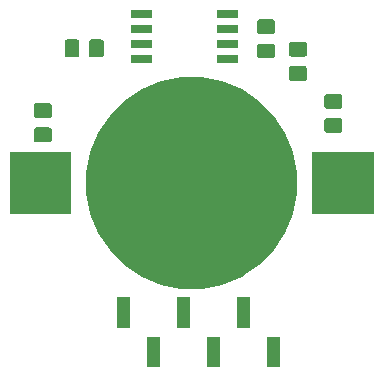
<source format=gbs>
G04 #@! TF.GenerationSoftware,KiCad,Pcbnew,(5.1.5)-3*
G04 #@! TF.CreationDate,2020-05-11T16:08:06-04:00*
G04 #@! TF.ProjectId,charlieplex,63686172-6c69-4657-906c-65782e6b6963,rev?*
G04 #@! TF.SameCoordinates,Original*
G04 #@! TF.FileFunction,Soldermask,Bot*
G04 #@! TF.FilePolarity,Negative*
%FSLAX46Y46*%
G04 Gerber Fmt 4.6, Leading zero omitted, Abs format (unit mm)*
G04 Created by KiCad (PCBNEW (5.1.5)-3) date 2020-05-11 16:08:06*
%MOMM*%
%LPD*%
G04 APERTURE LIST*
%ADD10C,0.100000*%
G04 APERTURE END LIST*
D10*
G36*
X187031000Y-129716000D02*
G01*
X185929000Y-129716000D01*
X185929000Y-127104000D01*
X187031000Y-127104000D01*
X187031000Y-129716000D01*
G37*
G36*
X197191000Y-129716000D02*
G01*
X196089000Y-129716000D01*
X196089000Y-127104000D01*
X197191000Y-127104000D01*
X197191000Y-129716000D01*
G37*
G36*
X192111000Y-129716000D02*
G01*
X191009000Y-129716000D01*
X191009000Y-127104000D01*
X192111000Y-127104000D01*
X192111000Y-129716000D01*
G37*
G36*
X194651000Y-126406000D02*
G01*
X193549000Y-126406000D01*
X193549000Y-123794000D01*
X194651000Y-123794000D01*
X194651000Y-126406000D01*
G37*
G36*
X189571000Y-126406000D02*
G01*
X188469000Y-126406000D01*
X188469000Y-123794000D01*
X189571000Y-123794000D01*
X189571000Y-126406000D01*
G37*
G36*
X184491000Y-126406000D02*
G01*
X183389000Y-126406000D01*
X183389000Y-123794000D01*
X184491000Y-123794000D01*
X184491000Y-126406000D01*
G37*
G36*
X192310909Y-105492981D02*
G01*
X193939887Y-106167726D01*
X193939888Y-106167727D01*
X195405930Y-107147304D01*
X196652696Y-108394070D01*
X197307228Y-109373648D01*
X197632274Y-109860113D01*
X198307019Y-111489091D01*
X198651000Y-113218402D01*
X198651000Y-114981598D01*
X198307019Y-116710909D01*
X197632274Y-118339887D01*
X197632273Y-118339888D01*
X196652696Y-119805930D01*
X195405930Y-121052696D01*
X194426352Y-121707228D01*
X193939887Y-122032274D01*
X192310909Y-122707019D01*
X190581598Y-123051000D01*
X188818402Y-123051000D01*
X187089091Y-122707019D01*
X185460113Y-122032274D01*
X184973648Y-121707228D01*
X183994070Y-121052696D01*
X182747304Y-119805930D01*
X181767727Y-118339888D01*
X181767726Y-118339887D01*
X181092981Y-116710909D01*
X180749000Y-114981598D01*
X180749000Y-113218402D01*
X181092981Y-111489091D01*
X181767726Y-109860113D01*
X182092772Y-109373648D01*
X182747304Y-108394070D01*
X183994070Y-107147304D01*
X185460112Y-106167727D01*
X185460113Y-106167726D01*
X187089091Y-105492981D01*
X188818402Y-105149000D01*
X190581598Y-105149000D01*
X192310909Y-105492981D01*
G37*
G36*
X205101000Y-116701000D02*
G01*
X199899000Y-116701000D01*
X199899000Y-111499000D01*
X205101000Y-111499000D01*
X205101000Y-116701000D01*
G37*
G36*
X179501000Y-116701000D02*
G01*
X174299000Y-116701000D01*
X174299000Y-111499000D01*
X179501000Y-111499000D01*
X179501000Y-116701000D01*
G37*
G36*
X177688674Y-109403465D02*
G01*
X177726367Y-109414899D01*
X177761103Y-109433466D01*
X177791548Y-109458452D01*
X177816534Y-109488897D01*
X177835101Y-109523633D01*
X177846535Y-109561326D01*
X177851000Y-109606661D01*
X177851000Y-110443339D01*
X177846535Y-110488674D01*
X177835101Y-110526367D01*
X177816534Y-110561103D01*
X177791548Y-110591548D01*
X177761103Y-110616534D01*
X177726367Y-110635101D01*
X177688674Y-110646535D01*
X177643339Y-110651000D01*
X176556661Y-110651000D01*
X176511326Y-110646535D01*
X176473633Y-110635101D01*
X176438897Y-110616534D01*
X176408452Y-110591548D01*
X176383466Y-110561103D01*
X176364899Y-110526367D01*
X176353465Y-110488674D01*
X176349000Y-110443339D01*
X176349000Y-109606661D01*
X176353465Y-109561326D01*
X176364899Y-109523633D01*
X176383466Y-109488897D01*
X176408452Y-109458452D01*
X176438897Y-109433466D01*
X176473633Y-109414899D01*
X176511326Y-109403465D01*
X176556661Y-109399000D01*
X177643339Y-109399000D01*
X177688674Y-109403465D01*
G37*
G36*
X202288674Y-108603465D02*
G01*
X202326367Y-108614899D01*
X202361103Y-108633466D01*
X202391548Y-108658452D01*
X202416534Y-108688897D01*
X202435101Y-108723633D01*
X202446535Y-108761326D01*
X202451000Y-108806661D01*
X202451000Y-109643339D01*
X202446535Y-109688674D01*
X202435101Y-109726367D01*
X202416534Y-109761103D01*
X202391548Y-109791548D01*
X202361103Y-109816534D01*
X202326367Y-109835101D01*
X202288674Y-109846535D01*
X202243339Y-109851000D01*
X201156661Y-109851000D01*
X201111326Y-109846535D01*
X201073633Y-109835101D01*
X201038897Y-109816534D01*
X201008452Y-109791548D01*
X200983466Y-109761103D01*
X200964899Y-109726367D01*
X200953465Y-109688674D01*
X200949000Y-109643339D01*
X200949000Y-108806661D01*
X200953465Y-108761326D01*
X200964899Y-108723633D01*
X200983466Y-108688897D01*
X201008452Y-108658452D01*
X201038897Y-108633466D01*
X201073633Y-108614899D01*
X201111326Y-108603465D01*
X201156661Y-108599000D01*
X202243339Y-108599000D01*
X202288674Y-108603465D01*
G37*
G36*
X177688674Y-107353465D02*
G01*
X177726367Y-107364899D01*
X177761103Y-107383466D01*
X177791548Y-107408452D01*
X177816534Y-107438897D01*
X177835101Y-107473633D01*
X177846535Y-107511326D01*
X177851000Y-107556661D01*
X177851000Y-108393339D01*
X177846535Y-108438674D01*
X177835101Y-108476367D01*
X177816534Y-108511103D01*
X177791548Y-108541548D01*
X177761103Y-108566534D01*
X177726367Y-108585101D01*
X177688674Y-108596535D01*
X177643339Y-108601000D01*
X176556661Y-108601000D01*
X176511326Y-108596535D01*
X176473633Y-108585101D01*
X176438897Y-108566534D01*
X176408452Y-108541548D01*
X176383466Y-108511103D01*
X176364899Y-108476367D01*
X176353465Y-108438674D01*
X176349000Y-108393339D01*
X176349000Y-107556661D01*
X176353465Y-107511326D01*
X176364899Y-107473633D01*
X176383466Y-107438897D01*
X176408452Y-107408452D01*
X176438897Y-107383466D01*
X176473633Y-107364899D01*
X176511326Y-107353465D01*
X176556661Y-107349000D01*
X177643339Y-107349000D01*
X177688674Y-107353465D01*
G37*
G36*
X202288674Y-106553465D02*
G01*
X202326367Y-106564899D01*
X202361103Y-106583466D01*
X202391548Y-106608452D01*
X202416534Y-106638897D01*
X202435101Y-106673633D01*
X202446535Y-106711326D01*
X202451000Y-106756661D01*
X202451000Y-107593339D01*
X202446535Y-107638674D01*
X202435101Y-107676367D01*
X202416534Y-107711103D01*
X202391548Y-107741548D01*
X202361103Y-107766534D01*
X202326367Y-107785101D01*
X202288674Y-107796535D01*
X202243339Y-107801000D01*
X201156661Y-107801000D01*
X201111326Y-107796535D01*
X201073633Y-107785101D01*
X201038897Y-107766534D01*
X201008452Y-107741548D01*
X200983466Y-107711103D01*
X200964899Y-107676367D01*
X200953465Y-107638674D01*
X200949000Y-107593339D01*
X200949000Y-106756661D01*
X200953465Y-106711326D01*
X200964899Y-106673633D01*
X200983466Y-106638897D01*
X201008452Y-106608452D01*
X201038897Y-106583466D01*
X201073633Y-106564899D01*
X201111326Y-106553465D01*
X201156661Y-106549000D01*
X202243339Y-106549000D01*
X202288674Y-106553465D01*
G37*
G36*
X199288674Y-104203465D02*
G01*
X199326367Y-104214899D01*
X199361103Y-104233466D01*
X199391548Y-104258452D01*
X199416534Y-104288897D01*
X199435101Y-104323633D01*
X199446535Y-104361326D01*
X199451000Y-104406661D01*
X199451000Y-105243339D01*
X199446535Y-105288674D01*
X199435101Y-105326367D01*
X199416534Y-105361103D01*
X199391548Y-105391548D01*
X199361103Y-105416534D01*
X199326367Y-105435101D01*
X199288674Y-105446535D01*
X199243339Y-105451000D01*
X198156661Y-105451000D01*
X198111326Y-105446535D01*
X198073633Y-105435101D01*
X198038897Y-105416534D01*
X198008452Y-105391548D01*
X197983466Y-105361103D01*
X197964899Y-105326367D01*
X197953465Y-105288674D01*
X197949000Y-105243339D01*
X197949000Y-104406661D01*
X197953465Y-104361326D01*
X197964899Y-104323633D01*
X197983466Y-104288897D01*
X198008452Y-104258452D01*
X198038897Y-104233466D01*
X198073633Y-104214899D01*
X198111326Y-104203465D01*
X198156661Y-104199000D01*
X199243339Y-104199000D01*
X199288674Y-104203465D01*
G37*
G36*
X186351000Y-103981000D02*
G01*
X184549000Y-103981000D01*
X184549000Y-103229000D01*
X186351000Y-103229000D01*
X186351000Y-103981000D01*
G37*
G36*
X193651000Y-103981000D02*
G01*
X191849000Y-103981000D01*
X191849000Y-103229000D01*
X193651000Y-103229000D01*
X193651000Y-103981000D01*
G37*
G36*
X196588674Y-102303465D02*
G01*
X196626367Y-102314899D01*
X196661103Y-102333466D01*
X196691548Y-102358452D01*
X196716534Y-102388897D01*
X196735101Y-102423633D01*
X196746535Y-102461326D01*
X196751000Y-102506661D01*
X196751000Y-103343339D01*
X196746535Y-103388674D01*
X196735101Y-103426367D01*
X196716534Y-103461103D01*
X196691548Y-103491548D01*
X196661103Y-103516534D01*
X196626367Y-103535101D01*
X196588674Y-103546535D01*
X196543339Y-103551000D01*
X195456661Y-103551000D01*
X195411326Y-103546535D01*
X195373633Y-103535101D01*
X195338897Y-103516534D01*
X195308452Y-103491548D01*
X195283466Y-103461103D01*
X195264899Y-103426367D01*
X195253465Y-103388674D01*
X195249000Y-103343339D01*
X195249000Y-102506661D01*
X195253465Y-102461326D01*
X195264899Y-102423633D01*
X195283466Y-102388897D01*
X195308452Y-102358452D01*
X195338897Y-102333466D01*
X195373633Y-102314899D01*
X195411326Y-102303465D01*
X195456661Y-102299000D01*
X196543339Y-102299000D01*
X196588674Y-102303465D01*
G37*
G36*
X182088674Y-101953465D02*
G01*
X182126367Y-101964899D01*
X182161103Y-101983466D01*
X182191548Y-102008452D01*
X182216534Y-102038897D01*
X182235101Y-102073633D01*
X182246535Y-102111326D01*
X182251000Y-102156661D01*
X182251000Y-103243339D01*
X182246535Y-103288674D01*
X182235101Y-103326367D01*
X182216534Y-103361103D01*
X182191548Y-103391548D01*
X182161103Y-103416534D01*
X182126367Y-103435101D01*
X182088674Y-103446535D01*
X182043339Y-103451000D01*
X181206661Y-103451000D01*
X181161326Y-103446535D01*
X181123633Y-103435101D01*
X181088897Y-103416534D01*
X181058452Y-103391548D01*
X181033466Y-103361103D01*
X181014899Y-103326367D01*
X181003465Y-103288674D01*
X180999000Y-103243339D01*
X180999000Y-102156661D01*
X181003465Y-102111326D01*
X181014899Y-102073633D01*
X181033466Y-102038897D01*
X181058452Y-102008452D01*
X181088897Y-101983466D01*
X181123633Y-101964899D01*
X181161326Y-101953465D01*
X181206661Y-101949000D01*
X182043339Y-101949000D01*
X182088674Y-101953465D01*
G37*
G36*
X180038674Y-101953465D02*
G01*
X180076367Y-101964899D01*
X180111103Y-101983466D01*
X180141548Y-102008452D01*
X180166534Y-102038897D01*
X180185101Y-102073633D01*
X180196535Y-102111326D01*
X180201000Y-102156661D01*
X180201000Y-103243339D01*
X180196535Y-103288674D01*
X180185101Y-103326367D01*
X180166534Y-103361103D01*
X180141548Y-103391548D01*
X180111103Y-103416534D01*
X180076367Y-103435101D01*
X180038674Y-103446535D01*
X179993339Y-103451000D01*
X179156661Y-103451000D01*
X179111326Y-103446535D01*
X179073633Y-103435101D01*
X179038897Y-103416534D01*
X179008452Y-103391548D01*
X178983466Y-103361103D01*
X178964899Y-103326367D01*
X178953465Y-103288674D01*
X178949000Y-103243339D01*
X178949000Y-102156661D01*
X178953465Y-102111326D01*
X178964899Y-102073633D01*
X178983466Y-102038897D01*
X179008452Y-102008452D01*
X179038897Y-101983466D01*
X179073633Y-101964899D01*
X179111326Y-101953465D01*
X179156661Y-101949000D01*
X179993339Y-101949000D01*
X180038674Y-101953465D01*
G37*
G36*
X199288674Y-102153465D02*
G01*
X199326367Y-102164899D01*
X199361103Y-102183466D01*
X199391548Y-102208452D01*
X199416534Y-102238897D01*
X199435101Y-102273633D01*
X199446535Y-102311326D01*
X199451000Y-102356661D01*
X199451000Y-103193339D01*
X199446535Y-103238674D01*
X199435101Y-103276367D01*
X199416534Y-103311103D01*
X199391548Y-103341548D01*
X199361103Y-103366534D01*
X199326367Y-103385101D01*
X199288674Y-103396535D01*
X199243339Y-103401000D01*
X198156661Y-103401000D01*
X198111326Y-103396535D01*
X198073633Y-103385101D01*
X198038897Y-103366534D01*
X198008452Y-103341548D01*
X197983466Y-103311103D01*
X197964899Y-103276367D01*
X197953465Y-103238674D01*
X197949000Y-103193339D01*
X197949000Y-102356661D01*
X197953465Y-102311326D01*
X197964899Y-102273633D01*
X197983466Y-102238897D01*
X198008452Y-102208452D01*
X198038897Y-102183466D01*
X198073633Y-102164899D01*
X198111326Y-102153465D01*
X198156661Y-102149000D01*
X199243339Y-102149000D01*
X199288674Y-102153465D01*
G37*
G36*
X186351000Y-102711000D02*
G01*
X184549000Y-102711000D01*
X184549000Y-101959000D01*
X186351000Y-101959000D01*
X186351000Y-102711000D01*
G37*
G36*
X193651000Y-102711000D02*
G01*
X191849000Y-102711000D01*
X191849000Y-101959000D01*
X193651000Y-101959000D01*
X193651000Y-102711000D01*
G37*
G36*
X196588674Y-100253465D02*
G01*
X196626367Y-100264899D01*
X196661103Y-100283466D01*
X196691548Y-100308452D01*
X196716534Y-100338897D01*
X196735101Y-100373633D01*
X196746535Y-100411326D01*
X196751000Y-100456661D01*
X196751000Y-101293339D01*
X196746535Y-101338674D01*
X196735101Y-101376367D01*
X196716534Y-101411103D01*
X196691548Y-101441548D01*
X196661103Y-101466534D01*
X196626367Y-101485101D01*
X196588674Y-101496535D01*
X196543339Y-101501000D01*
X195456661Y-101501000D01*
X195411326Y-101496535D01*
X195373633Y-101485101D01*
X195338897Y-101466534D01*
X195308452Y-101441548D01*
X195283466Y-101411103D01*
X195264899Y-101376367D01*
X195253465Y-101338674D01*
X195249000Y-101293339D01*
X195249000Y-100456661D01*
X195253465Y-100411326D01*
X195264899Y-100373633D01*
X195283466Y-100338897D01*
X195308452Y-100308452D01*
X195338897Y-100283466D01*
X195373633Y-100264899D01*
X195411326Y-100253465D01*
X195456661Y-100249000D01*
X196543339Y-100249000D01*
X196588674Y-100253465D01*
G37*
G36*
X193651000Y-101441000D02*
G01*
X191849000Y-101441000D01*
X191849000Y-100689000D01*
X193651000Y-100689000D01*
X193651000Y-101441000D01*
G37*
G36*
X186351000Y-101441000D02*
G01*
X184549000Y-101441000D01*
X184549000Y-100689000D01*
X186351000Y-100689000D01*
X186351000Y-101441000D01*
G37*
G36*
X193651000Y-100171000D02*
G01*
X191849000Y-100171000D01*
X191849000Y-99419000D01*
X193651000Y-99419000D01*
X193651000Y-100171000D01*
G37*
G36*
X186351000Y-100171000D02*
G01*
X184549000Y-100171000D01*
X184549000Y-99419000D01*
X186351000Y-99419000D01*
X186351000Y-100171000D01*
G37*
M02*

</source>
